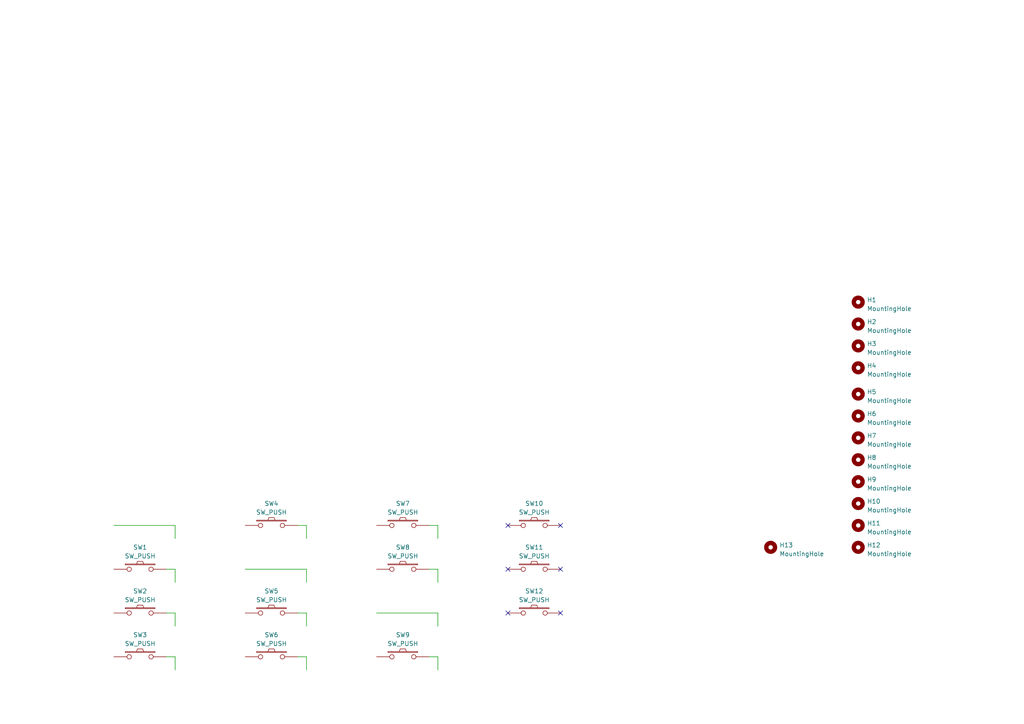
<source format=kicad_sch>
(kicad_sch (version 20230121) (generator eeschema)
  (paper "A4")
  (lib_symbols
    (symbol "Mechanical:MountingHole" (pin_names (offset 1.016))
      (property "Reference" "H" (at 0 5.08 0))
      (property "Value" "MountingHole" (at 0 3.175 0))
      (symbol "MountingHole_0_1"
        (circle (center 0 0) (radius 1.27) (stroke (width 1.27)))
      )
    )
    (symbol "kbd:SW_PUSH" (pin_numbers hide) (pin_names (offset 1.016) hide)
      (property "Reference" "SW" (at 3.81 2.794 0))
      (property "Value" "SW_PUSH" (at 0 -2.032 0))
      (symbol "SW_PUSH_0_1"
        (rectangle (start -4.318 1.27) (end 4.318 1.524))
        (polyline (pts (xy -1.016 1.524) (xy -0.762 2.286) (xy 0.762 2.286) (xy 1.016 1.524)))
        (pin passive inverted (at -7.62 0 0) (length 5.08) (name "1") (number "1"))
        (pin passive inverted (at 7.62 0 180) (length 5.08) (name "2") (number "2"))
      )
    )
  )
  (no_connect (at 147.32 152.4))
  (no_connect (at 162.56 165.1))
  (no_connect (at 162.56 152.4))
  (no_connect (at 147.32 177.8))
  (no_connect (at 147.32 165.1))
  (no_connect (at 162.56 177.8))
  (wire (pts (xy 127 190.5) (xy 127 194.31)))
  (wire (pts (xy 127 152.4) (xy 127 156.21)))
  (wire (pts (xy 50.8 165.1) (xy 50.8 168.91)))
  (wire (pts (xy 124.46 165.1) (xy 127 165.1)))
  (wire (pts (xy 50.8 190.5) (xy 48.26 190.5)))
  (wire (pts (xy 50.8 177.8) (xy 48.26 177.8)))
  (wire (pts (xy 127 177.8) (xy 127 181.61)))
  (wire (pts (xy 88.9 177.8) (xy 88.9 181.61)))
  (wire (pts (xy 127 165.1) (xy 127 168.91)))
  (wire (pts (xy 88.9 165.1) (xy 88.9 168.91)))
  (wire (pts (xy 88.9 190.5) (xy 88.9 194.31)))
  (wire (pts (xy 50.8 181.61) (xy 50.8 177.8)))
  (wire (pts (xy 71.12 165.1) (xy 88.9 165.1)))
  (wire (pts (xy 86.36 177.8) (xy 88.9 177.8)))
  (wire (pts (xy 50.8 165.1) (xy 48.26 165.1)))
  (wire (pts (xy 50.8 156.21) (xy 50.8 152.4)))
  (wire (pts (xy 50.8 194.31) (xy 50.8 190.5)))
  (wire (pts (xy 109.22 177.8) (xy 127 177.8)))
  (wire (pts (xy 86.36 190.5) (xy 88.9 190.5)))
  (wire (pts (xy 88.9 152.4) (xy 88.9 156.21)))
  (wire (pts (xy 124.46 152.4) (xy 127 152.4)))
  (wire (pts (xy 124.46 190.5) (xy 127 190.5)))
  (wire (pts (xy 86.36 152.4) (xy 88.9 152.4)))
  (wire (pts (xy 50.8 152.4) (xy 33.02 152.4)))
  (symbol (lib_id "kbd:SW_PUSH") (at 154.94 165.1 0) (unit 1)
    (property "Reference" "SW11" (at 154.94 158.75 0))
    (property "Value" "SW_PUSH" (at 154.94 161.29 0))
    (property "Footprint" "kbd:SW_Hole" (effects hide))
  )
  (symbol (lib_id "kbd:SW_PUSH") (at 40.64 177.8 0) (unit 1)
    (property "Reference" "SW2" (at 40.64 171.45 0))
    (property "Value" "SW_PUSH" (at 40.64 173.99 0))
    (property "Footprint" "kbd:SW_Hole" (effects hide))
  )
  (symbol (lib_id "Mechanical:MountingHole") (at 223.52 158.75 0) (unit 1)
    (property "Reference" "H13" (at 226.06 158.115 0) (effects (justify left)))
    (property "Value" "MountingHole" (at 226.06 160.655 0) (effects (justify left)))
    (property "Footprint" "MountingHole:MountingHole_2.2mm_M2" (effects hide))
  )
  (symbol (lib_id "kbd:SW_PUSH") (at 40.64 165.1 0) (unit 1)
    (property "Reference" "SW1" (at 40.64 158.75 0))
    (property "Value" "SW_PUSH" (at 40.64 161.29 0))
    (property "Footprint" "kbd:SW_Hole" (effects hide))
  )
  (symbol (lib_id "kbd:SW_PUSH") (at 78.74 177.8 0) (unit 1)
    (property "Reference" "SW5" (at 78.74 171.45 0))
    (property "Value" "SW_PUSH" (at 78.74 173.99 0))
    (property "Footprint" "kbd:SW_Hole" (effects hide))
  )
  (symbol (lib_id "Mechanical:MountingHole") (at 248.92 100.33 0) (unit 1)
    (property "Reference" "H3" (at 251.46 99.695 0) (effects (justify left)))
    (property "Value" "MountingHole" (at 251.46 102.235 0) (effects (justify left)))
    (property "Footprint" "MountingHole:MountingHole_2.2mm_M2" (effects hide))
  )
  (symbol (lib_id "Mechanical:MountingHole") (at 248.92 133.35 0) (unit 1)
    (property "Reference" "H8" (at 251.46 132.715 0) (effects (justify left)))
    (property "Value" "MountingHole" (at 251.46 135.255 0) (effects (justify left)))
    (property "Footprint" "MountingHole:MountingHole_2.2mm_M2" (effects hide))
  )
  (symbol (lib_id "Mechanical:MountingHole") (at 248.92 93.98 0) (unit 1)
    (property "Reference" "H2" (at 251.46 93.345 0) (effects (justify left)))
    (property "Value" "MountingHole" (at 251.46 95.885 0) (effects (justify left)))
    (property "Footprint" "MountingHole:MountingHole_2.2mm_M2" (effects hide))
  )
  (symbol (lib_id "kbd:SW_PUSH") (at 116.84 190.5 0) (unit 1)
    (property "Reference" "SW9" (at 116.84 184.15 0))
    (property "Value" "SW_PUSH" (at 116.84 186.69 0))
    (property "Footprint" "kbd:SW_Hole" (effects hide))
  )
  (symbol (lib_id "Mechanical:MountingHole") (at 248.92 127 0) (unit 1)
    (property "Reference" "H7" (at 251.46 126.365 0) (effects (justify left)))
    (property "Value" "MountingHole" (at 251.46 128.905 0) (effects (justify left)))
    (property "Footprint" "MountingHole:MountingHole_2.2mm_M2" (effects hide))
  )
  (symbol (lib_id "kbd:SW_PUSH") (at 154.94 177.8 0) (unit 1)
    (property "Reference" "SW12" (at 154.94 171.45 0))
    (property "Value" "SW_PUSH" (at 154.94 173.99 0))
    (property "Footprint" "kbd:SW_Hole" (effects hide))
  )
  (symbol (lib_id "kbd:SW_PUSH") (at 154.94 152.4 0) (unit 1)
    (property "Reference" "SW10" (at 154.94 146.05 0))
    (property "Value" "SW_PUSH" (at 154.94 148.59 0))
    (property "Footprint" "kbd:SW_Hole" (effects hide))
  )
  (symbol (lib_id "Mechanical:MountingHole") (at 248.92 120.65 0) (unit 1)
    (property "Reference" "H6" (at 251.46 120.015 0) (effects (justify left)))
    (property "Value" "MountingHole" (at 251.46 122.555 0) (effects (justify left)))
    (property "Footprint" "MountingHole:MountingHole_2.2mm_M2" (effects hide))
  )
  (symbol (lib_id "Mechanical:MountingHole") (at 248.92 158.75 0) (unit 1)
    (property "Reference" "H12" (at 251.46 158.115 0) (effects (justify left)))
    (property "Value" "MountingHole" (at 251.46 160.655 0) (effects (justify left)))
    (property "Footprint" "MountingHole:MountingHole_2.2mm_M2" (effects hide))
  )
  (symbol (lib_id "kbd:SW_PUSH") (at 116.84 152.4 0) (unit 1)
    (property "Reference" "SW7" (at 116.84 146.05 0))
    (property "Value" "SW_PUSH" (at 116.84 148.59 0))
    (property "Footprint" "kbd:SW_Hole" (effects hide))
  )
  (symbol (lib_id "Mechanical:MountingHole") (at 248.92 114.3 0) (unit 1)
    (property "Reference" "H5" (at 251.46 113.665 0) (effects (justify left)))
    (property "Value" "MountingHole" (at 251.46 116.205 0) (effects (justify left)))
    (property "Footprint" "MountingHole:MountingHole_2.2mm_M2" (effects hide))
  )
  (symbol (lib_id "Mechanical:MountingHole") (at 248.92 152.4 0) (unit 1)
    (property "Reference" "H11" (at 251.46 151.765 0) (effects (justify left)))
    (property "Value" "MountingHole" (at 251.46 154.305 0) (effects (justify left)))
    (property "Footprint" "MountingHole:MountingHole_2.2mm_M2" (effects hide))
  )
  (symbol (lib_id "kbd:SW_PUSH") (at 116.84 165.1 0) (unit 1)
    (property "Reference" "SW8" (at 116.84 158.75 0))
    (property "Value" "SW_PUSH" (at 116.84 161.29 0))
    (property "Footprint" "kbd:SW_Hole" (effects hide))
  )
  (symbol (lib_id "kbd:SW_PUSH") (at 40.64 190.5 0) (unit 1)
    (property "Reference" "SW3" (at 40.64 184.15 0))
    (property "Value" "SW_PUSH" (at 40.64 186.69 0))
    (property "Footprint" "kbd:SW_Hole" (effects hide))
  )
  (symbol (lib_id "Mechanical:MountingHole") (at 248.92 106.68 0) (unit 1)
    (property "Reference" "H4" (at 251.46 106.045 0) (effects (justify left)))
    (property "Value" "MountingHole" (at 251.46 108.585 0) (effects (justify left)))
    (property "Footprint" "MountingHole:MountingHole_2.2mm_M2" (effects hide))
  )
  (symbol (lib_id "kbd:SW_PUSH") (at 78.74 190.5 0) (unit 1)
    (property "Reference" "SW6" (at 78.74 184.15 0))
    (property "Value" "SW_PUSH" (at 78.74 186.69 0))
    (property "Footprint" "kbd:SW_Hole" (effects hide))
  )
  (symbol (lib_id "Mechanical:MountingHole") (at 248.92 87.63 0) (unit 1)
    (property "Reference" "H1" (at 251.46 86.995 0) (effects (justify left)))
    (property "Value" "MountingHole" (at 251.46 89.535 0) (effects (justify left)))
    (property "Footprint" "MountingHole:MountingHole_2.2mm_M2" (effects hide))
  )
  (symbol (lib_id "kbd:SW_PUSH") (at 78.74 152.4 0) (unit 1)
    (property "Reference" "SW4" (at 78.74 146.05 0))
    (property "Value" "SW_PUSH" (at 78.74 148.59 0))
    (property "Footprint" "kbd:SW_Hole" (effects hide))
  )
  (symbol (lib_id "Mechanical:MountingHole") (at 248.92 139.7 0) (unit 1)
    (property "Reference" "H9" (at 251.46 139.065 0) (effects (justify left)))
    (property "Value" "MountingHole" (at 251.46 141.605 0) (effects (justify left)))
    (property "Footprint" "MountingHole:MountingHole_2.2mm_M2" (effects hide))
  )
  (symbol (lib_id "Mechanical:MountingHole") (at 248.92 146.05 0) (unit 1)
    (property "Reference" "H10" (at 251.46 145.415 0) (effects (justify left)))
    (property "Value" "MountingHole" (at 251.46 147.955 0) (effects (justify left)))
    (property "Footprint" "MountingHole:MountingHole_2.2mm_M2" (effects hide))
  )
)
</source>
